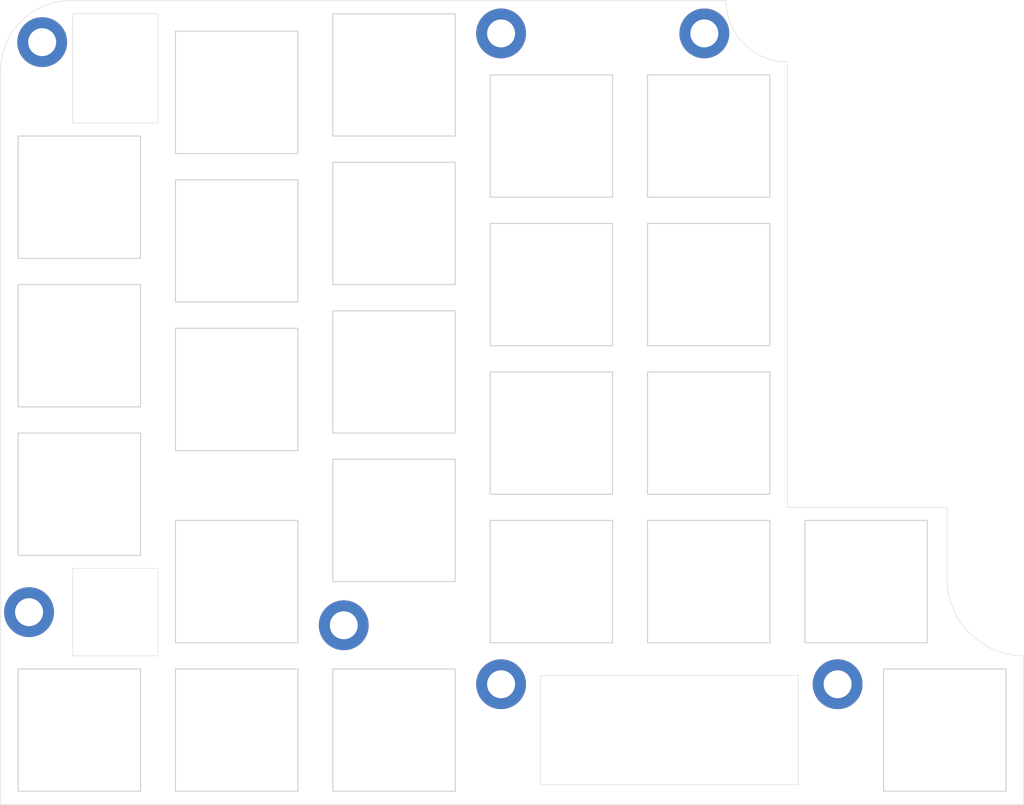
<source format=kicad_pcb>
(kicad_pcb (version 20210925) (generator pcbnew)
  (layers (0 "F.Cu" signal) (31 "B.Cu" signal) (34 "B.Paste" user) (35 "F.Paste" user) (36 "B.SilkS" user "B.Silkscreen") (37 "F.SilkS" user "F.Silkscreen") (38 "B.Mask" user) (39 "F.Mask" user) (44 "Edge.Cuts" user))
  (net 0 "")
  (net 1 "GND")
  (footprint "kbd:ChocV1_Hole" (layer "F.Cu") (at 185.25 198.75)
    (fp_text reference "REF**" hide)
    (fp_text value "KEY_SWITCH" hide)
    (fp_line (start -7 -7) (end -7 7) (layer "Edge.Cuts") (width 0.12))
    (fp_line (start 7 7) (end 7 -7) (layer "Edge.Cuts") (width 0.12))
    (fp_line (start -7 7) (end 7 7) (layer "Edge.Cuts") (width 0.12))
    (fp_line (start 7 -7) (end -7 -7) (layer "Edge.Cuts") (width 0.12))
  )
  (footprint "MountingHole:MountingHole_3.2mm_M3_ISO7380_Pad" (layer "F.Cu") (at 215.5 186.75)
    (fp_text reference "REF**" hide)
    (fp_text value "MountingHole_Pad" hide)
    (pad "1" thru_hole circle locked (at 0 0) (size 5.7 5.7) (drill 3.2) (layers *.Cu *.Mask) (net 1 "GND"))
  )
  (footprint "kbd:ChocV1_Hole" (layer "F.Cu") (at 257.25 147.75)
    (fp_text reference "REF**" hide)
    (fp_text value "KEY_SWITCH" hide)
    (fp_line (start 7 7) (end 7 -7) (layer "Edge.Cuts") (width 0.12))
    (fp_line (start -7 -7) (end -7 7) (layer "Edge.Cuts") (width 0.12))
    (fp_line (start 7 -7) (end -7 -7) (layer "Edge.Cuts") (width 0.12))
    (fp_line (start -7 7) (end 7 7) (layer "Edge.Cuts") (width 0.12))
  )
  (footprint "kbd:ChocV1_Hole" (layer "F.Cu") (at 239.25 164.75)
    (fp_text reference "REF**" hide)
    (fp_text value "KEY_SWITCH" hide)
    (fp_line (start 7 7) (end 7 -7) (layer "Edge.Cuts") (width 0.12))
    (fp_line (start -7 7) (end 7 7) (layer "Edge.Cuts") (width 0.12))
    (fp_line (start 7 -7) (end -7 -7) (layer "Edge.Cuts") (width 0.12))
    (fp_line (start -7 -7) (end -7 7) (layer "Edge.Cuts") (width 0.12))
  )
  (footprint "kbd:ChocV1_Hole" (layer "F.Cu") (at 239.25 181.75)
    (fp_text reference "REF**" hide)
    (fp_text value "KEY_SWITCH" hide)
    (fp_line (start 7 -7) (end -7 -7) (layer "Edge.Cuts") (width 0.12))
    (fp_line (start 7 7) (end 7 -7) (layer "Edge.Cuts") (width 0.12))
    (fp_line (start -7 7) (end 7 7) (layer "Edge.Cuts") (width 0.12))
    (fp_line (start -7 -7) (end -7 7) (layer "Edge.Cuts") (width 0.12))
  )
  (footprint "kbd:ChocV1_Hole" (layer "F.Cu") (at 221.25 123.75)
    (fp_text reference "REF**" hide)
    (fp_text value "KEY_SWITCH" hide)
    (fp_line (start 7 -7) (end -7 -7) (layer "Edge.Cuts") (width 0.12))
    (fp_line (start 7 7) (end 7 -7) (layer "Edge.Cuts") (width 0.12))
    (fp_line (start -7 7) (end 7 7) (layer "Edge.Cuts") (width 0.12))
    (fp_line (start -7 -7) (end -7 7) (layer "Edge.Cuts") (width 0.12))
  )
  (footprint "kbd:ChocV1_Hole" (layer "F.Cu") (at 221.25 157.75)
    (fp_text reference "REF**" hide)
    (fp_text value "KEY_SWITCH" hide)
    (fp_line (start 7 7) (end 7 -7) (layer "Edge.Cuts") (width 0.12))
    (fp_line (start -7 -7) (end -7 7) (layer "Edge.Cuts") (width 0.12))
    (fp_line (start 7 -7) (end -7 -7) (layer "Edge.Cuts") (width 0.12))
    (fp_line (start -7 7) (end 7 7) (layer "Edge.Cuts") (width 0.12))
  )
  (footprint "kbd:ChocV1_Hole" (layer "F.Cu") (at 239.25 147.75)
    (fp_text reference "REF**" hide)
    (fp_text value "KEY_SWITCH" hide)
    (fp_line (start 7 7) (end 7 -7) (layer "Edge.Cuts") (width 0.12))
    (fp_line (start -7 7) (end 7 7) (layer "Edge.Cuts") (width 0.12))
    (fp_line (start -7 -7) (end -7 7) (layer "Edge.Cuts") (width 0.12))
    (fp_line (start 7 -7) (end -7 -7) (layer "Edge.Cuts") (width 0.12))
  )
  (footprint "kbd:ChocV1_Hole" (layer "F.Cu") (at 185.25 171.75)
    (fp_text reference "REF**" hide)
    (fp_text value "KEY_SWITCH" hide)
    (fp_line (start -7 7) (end 7 7) (layer "Edge.Cuts") (width 0.12))
    (fp_line (start -7 -7) (end -7 7) (layer "Edge.Cuts") (width 0.12))
    (fp_line (start 7 -7) (end -7 -7) (layer "Edge.Cuts") (width 0.12))
    (fp_line (start 7 7) (end 7 -7) (layer "Edge.Cuts") (width 0.12))
  )
  (footprint "kbd:ChocV1_Hole" (layer "F.Cu") (at 185.25 154.75)
    (fp_text reference "REF**" hide)
    (fp_text value "KEY_SWITCH" hide)
    (fp_line (start -7 7) (end 7 7) (layer "Edge.Cuts") (width 0.12))
    (fp_line (start 7 7) (end 7 -7) (layer "Edge.Cuts") (width 0.12))
    (fp_line (start -7 -7) (end -7 7) (layer "Edge.Cuts") (width 0.12))
    (fp_line (start 7 -7) (end -7 -7) (layer "Edge.Cuts") (width 0.12))
  )
  (footprint "kbd:ChocV1_Hole" (layer "F.Cu") (at 257.25 130.75)
    (fp_text reference "REF**" hide)
    (fp_text value "KEY_SWITCH" hide)
    (fp_line (start 7 7) (end 7 -7) (layer "Edge.Cuts") (width 0.12))
    (fp_line (start -7 7) (end 7 7) (layer "Edge.Cuts") (width 0.12))
    (fp_line (start 7 -7) (end -7 -7) (layer "Edge.Cuts") (width 0.12))
    (fp_line (start -7 -7) (end -7 7) (layer "Edge.Cuts") (width 0.12))
  )
  (footprint "MountingHole:MountingHole_3.2mm_M3_ISO7380_Pad" (layer "F.Cu") (at 256.75 119)
    (fp_text reference "REF**" hide)
    (fp_text value "MountingHole_Pad" hide)
    (pad "1" thru_hole circle locked (at 0 0) (size 5.7 5.7) (drill 3.2) (layers *.Cu *.Mask) (net 1 "GND"))
  )
  (footprint "kbd:ChocV1_Hole" (layer "F.Cu") (at 203.25 181.75)
    (fp_text reference "REF**" hide)
    (fp_text value "KEY_SWITCH" hide)
    (fp_line (start -7 -7) (end -7 7) (layer "Edge.Cuts") (width 0.12))
    (fp_line (start -7 7) (end 7 7) (layer "Edge.Cuts") (width 0.12))
    (fp_line (start 7 7) (end 7 -7) (layer "Edge.Cuts") (width 0.12))
    (fp_line (start 7 -7) (end -7 -7) (layer "Edge.Cuts") (width 0.12))
  )
  (footprint "kbd:ChocV1_Hole" (layer "F.Cu") (at 257.25 181.75)
    (fp_text reference "REF**" hide)
    (fp_text value "KEY_SWITCH" hide)
    (fp_line (start -7 7) (end 7 7) (layer "Edge.Cuts") (width 0.12))
    (fp_line (start 7 -7) (end -7 -7) (layer "Edge.Cuts") (width 0.12))
    (fp_line (start -7 -7) (end -7 7) (layer "Edge.Cuts") (width 0.12))
    (fp_line (start 7 7) (end 7 -7) (layer "Edge.Cuts") (width 0.12))
  )
  (footprint "MountingHole:MountingHole_3.2mm_M3_ISO7380_Pad" (layer "F.Cu") (at 233.5 119)
    (fp_text reference "REF**" hide)
    (fp_text value "MountingHole_Pad" hide)
    (pad "1" thru_hole circle locked (at 0 0) (size 5.7 5.7) (drill 3.2) (layers *.Cu *.Mask) (net 1 "GND"))
  )
  (footprint "kbd:ChocV1_Hole" (layer "F.Cu") (at 185.25 137.75)
    (fp_text reference "REF**" hide)
    (fp_text value "KEY_SWITCH" hide)
    (fp_line (start 7 -7) (end -7 -7) (layer "Edge.Cuts") (width 0.12))
    (fp_line (start -7 7) (end 7 7) (layer "Edge.Cuts") (width 0.12))
    (fp_line (start -7 -7) (end -7 7) (layer "Edge.Cuts") (width 0.12))
    (fp_line (start 7 7) (end 7 -7) (layer "Edge.Cuts") (width 0.12))
  )
  (footprint "MountingHole:MountingHole_3.2mm_M3_ISO7380_Pad" (layer "F.Cu") (at 181 120)
    (fp_text reference "REF**" hide)
    (fp_text value "MountingHole_Pad" hide)
    (pad "1" thru_hole circle locked (at 0 0) (size 5.7 5.7) (drill 3.2) (layers *.Cu *.Mask) (net 1 "GND"))
  )
  (footprint "kbd:ChocV1_Hole" (layer "F.Cu") (at 203.25 159.75)
    (fp_text reference "REF**" hide)
    (fp_text value "KEY_SWITCH" hide)
    (fp_line (start -7 7) (end 7 7) (layer "Edge.Cuts") (width 0.12))
    (fp_line (start 7 -7) (end -7 -7) (layer "Edge.Cuts") (width 0.12))
    (fp_line (start -7 -7) (end -7 7) (layer "Edge.Cuts") (width 0.12))
    (fp_line (start 7 7) (end 7 -7) (layer "Edge.Cuts") (width 0.12))
  )
  (footprint "MountingHole:MountingHole_3.2mm_M3_ISO7380_Pad" (layer "F.Cu") (at 233.5 193.5)
    (fp_text reference "REF**" hide)
    (fp_text value "MountingHole_Pad" hide)
    (pad "1" thru_hole circle locked (at 0 0) (size 5.7 5.7) (drill 3.2) (layers *.Cu *.Mask) (net 1 "GND"))
  )
  (footprint "MountingHole:MountingHole_3.2mm_M3_ISO7380_Pad" (layer "F.Cu") (at 179.5 185.25)
    (fp_text reference "REF**" hide)
    (fp_text value "MountingHole_Pad" hide)
    (pad "1" thru_hole circle locked (at 0 0) (size 5.7 5.7) (drill 3.2) (layers *.Cu *.Mask) (net 1 "GND"))
  )
  (footprint "kbd:ChocV1_Hole" (layer "F.Cu") (at 275.25 181.75)
    (fp_text reference "REF**" hide)
    (fp_text value "KEY_SWITCH" hide)
    (fp_line (start -7 7) (end 7 7) (layer "Edge.Cuts") (width 0.12))
    (fp_line (start -7 -7) (end -7 7) (layer "Edge.Cuts") (width 0.12))
    (fp_line (start 7 7) (end 7 -7) (layer "Edge.Cuts") (width 0.12))
    (fp_line (start 7 -7) (end -7 -7) (layer "Edge.Cuts") (width 0.12))
  )
  (footprint "MountingHole:MountingHole_3.2mm_M3_ISO7380_Pad" (layer "F.Cu") (at 272 193.5)
    (fp_text reference "REF**" hide)
    (fp_text value "MountingHole_Pad" hide)
    (pad "1" thru_hole circle locked (at 0 0) (size 5.7 5.7) (drill 3.2) (layers *.Cu *.Mask) (net 1 "GND"))
  )
  (footprint "kbd:ChocV1_Hole" (layer "F.Cu") (at 284.25 198.75)
    (fp_text reference "REF**" hide)
    (fp_text value "KEY_SWITCH" hide)
    (fp_line (start 7 -7) (end -7 -7) (layer "Edge.Cuts") (width 0.12))
    (fp_line (start -7 -7) (end -7 7) (layer "Edge.Cuts") (width 0.12))
    (fp_line (start -7 7) (end 7 7) (layer "Edge.Cuts") (width 0.12))
    (fp_line (start 7 7) (end 7 -7) (layer "Edge.Cuts") (width 0.12))
  )
  (footprint "kbd:ChocV1_Hole" (layer "F.Cu") (at 203.25 142.75)
    (fp_text reference "REF**" hide)
    (fp_text value "KEY_SWITCH" hide)
    (fp_line (start 7 -7) (end -7 -7) (layer "Edge.Cuts") (width 0.12))
    (fp_line (start -7 -7) (end -7 7) (layer "Edge.Cuts") (width 0.12))
    (fp_line (start -7 7) (end 7 7) (layer "Edge.Cuts") (width 0.12))
    (fp_line (start 7 7) (end 7 -7) (layer "Edge.Cuts") (width 0.12))
  )
  (footprint "kbd:ChocV1_Hole" (layer "F.Cu") (at 221.25 140.75)
    (fp_text reference "REF**" hide)
    (fp_text value "KEY_SWITCH" hide)
    (fp_line (start 7 -7) (end -7 -7) (layer "Edge.Cuts") (width 0.12))
    (fp_line (start -7 -7) (end -7 7) (layer "Edge.Cuts") (width 0.12))
    (fp_line (start -7 7) (end 7 7) (layer "Edge.Cuts") (width 0.12))
    (fp_line (start 7 7) (end 7 -7) (layer "Edge.Cuts") (width 0.12))
  )
  (footprint "kbd:ChocV1_Hole" (layer "F.Cu") (at 203.25 125.75)
    (fp_text reference "REF**" hide)
    (fp_text value "KEY_SWITCH" hide)
    (fp_line (start 7 -7) (end -7 -7) (layer "Edge.Cuts") (width 0.12))
    (fp_line (start 7 7) (end 7 -7) (layer "Edge.Cuts") (width 0.12))
    (fp_line (start -7 7) (end 7 7) (layer "Edge.Cuts") (width 0.12))
    (fp_line (start -7 -7) (end -7 7) (layer "Edge.Cuts") (width 0.12))
  )
  (footprint "kbd:ChocV1_Hole" (layer "F.Cu") (at 203.25 198.75)
    (fp_text reference "REF**" hide)
    (fp_text value "KEY_SWITCH" hide)
    (fp_line (start -7 7) (end 7 7) (layer "Edge.Cuts") (width 0.12))
    (fp_line (start -7 -7) (end -7 7) (layer "Edge.Cuts") (width 0.12))
    (fp_line (start 7 7) (end 7 -7) (layer "Edge.Cuts") (width 0.12))
    (fp_line (start 7 -7) (end -7 -7) (layer "Edge.Cuts") (width 0.12))
  )
  (footprint "kbd:ChocV1_Hole" (layer "F.Cu") (at 239.25 130.75)
    (fp_text reference "REF**" hide)
    (fp_text value "KEY_SWITCH" hide)
    (fp_line (start -7 -7) (end -7 7) (layer "Edge.Cuts") (width 0.12))
    (fp_line (start 7 -7) (end -7 -7) (layer "Edge.Cuts") (width 0.12))
    (fp_line (start -7 7) (end 7 7) (layer "Edge.Cuts") (width 0.12))
    (fp_line (start 7 7) (end 7 -7) (layer "Edge.Cuts") (width 0.12))
  )
  (footprint "kbd:ChocV1_Hole" (layer "F.Cu") (at 257.25 164.75)
    (fp_text reference "REF**" hide)
    (fp_text value "KEY_SWITCH" hide)
    (fp_line (start 7 -7) (end -7 -7) (layer "Edge.Cuts") (width 0.12))
    (fp_line (start -7 -7) (end -7 7) (layer "Edge.Cuts") (width 0.12))
    (fp_line (start 7 7) (end 7 -7) (layer "Edge.Cuts") (width 0.12))
    (fp_line (start -7 7) (end 7 7) (layer "Edge.Cuts") (width 0.12))
  )
  (footprint "kbd:ChocV1_Hole" (layer "F.Cu") (at 221.25 198.75)
    (fp_text reference "REF**" hide)
    (fp_text value "KEY_SWITCH" hide)
    (fp_line (start 7 -7) (end -7 -7) (layer "Edge.Cuts") (width 0.12))
    (fp_line (start -7 7) (end 7 7) (layer "Edge.Cuts") (width 0.12))
    (fp_line (start 7 7) (end 7 -7) (layer "Edge.Cuts") (width 0.12))
    (fp_line (start -7 -7) (end -7 7) (layer "Edge.Cuts") (width 0.12))
  )
  (footprint "kbd:ChocV1_Hole" (layer "F.Cu") (at 221.25 174.75)
    (fp_text reference "REF**" hide)
    (fp_text value "KEY_SWITCH" hide)
    (fp_line (start -7 -7) (end -7 7) (layer "Edge.Cuts") (width 0.12))
    (fp_line (start -7 7) (end 7 7) (layer "Edge.Cuts") (width 0.12))
    (fp_line (start 7 7) (end 7 -7) (layer "Edge.Cuts") (width 0.12))
    (fp_line (start 7 -7) (end -7 -7) (layer "Edge.Cuts") (width 0.12))
  )
  (gr_line (start 194.25 116.75) (end 184.5 116.75) (layer "Edge.Cuts") (width 0.05))
  (gr_line (start 176.25 207.25) (end 293.25 207.25) (layer "Edge.Cuts") (width 0.05))
  (gr_line (start 267.5 192.5) (end 238 192.5) (layer "Edge.Cuts") (width 0.05))
  (gr_line (start 184.5 129.25) (end 194.25 129.25) (layer "Edge.Cuts") (width 0.05))
  (gr_line (start 238 205) (end 267.5 205) (layer "Edge.Cuts") (width 0.05))
  (gr_line (start 266.25 122.25) (end 266.25 173.25) (layer "Edge.Cuts") (width 0.05))
  (gr_line (start 284.5 173.25) (end 266.25 173.25) (layer "Edge.Cuts") (width 0.05))
  (gr_line (start 293.25 207.25) (end 293.25 190.25) (layer "Edge.Cuts") (width 0.05))
  (gr_arc (start 266.25 115.25) (end 266.25 122.25) (angle 90) (layer "Edge.Cuts") (width 0.05))
  (gr_line (start 184.5 116.75) (end 184.5 129.25) (layer "Edge.Cuts") (width 0.05))
  (gr_arc (start 184.25 123.25) (end 176.25 123.25) (angle 90) (layer "Edge.Cuts") (width 0.05))
  (gr_line (start 284.5 181.25) (end 284.5 173.25) (layer "Edge.Cuts") (width 0.05))
  (gr_line (start 194.25 129.25) (end 194.25 116.75) (layer "Edge.Cuts") (width 0.05))
  (gr_line (start 184.5 180.25) (end 184.5 190.25) (layer "Edge.Cuts") (width 0.05))
  (gr_arc (start 293.375 181.375) (end 284.5 181.25) (angle -90) (layer "Edge.Cuts") (width 0.05))
  (gr_line (start 176.25 207.25) (end 176.25 123.25) (layer "Edge.Cuts") (width 0.05))
  (gr_line (start 267.5 205) (end 267.5 192.5) (layer "Edge.Cuts") (width 0.05))
  (gr_line (start 184.25 115.25) (end 230.25 115.25) (layer "Edge.Cuts") (width 0.05))
  (gr_line (start 194.25 190.25) (end 194.25 180.25) (layer "Edge.Cuts") (width 0.05))
  (gr_line (start 238 192.5) (end 238 205) (layer "Edge.Cuts") (width 0.05))
  (gr_line (start 184.5 190.25) (end 194.25 190.25) (layer "Edge.Cuts") (width 0.05))
  (gr_line (start 230.25 115.25) (end 259.25 115.25) (layer "Edge.Cuts") (width 0.05))
  (gr_line (start 194.25 180.25) (end 184.5 180.25) (layer "Edge.Cuts") (width 0.05))
)
</source>
